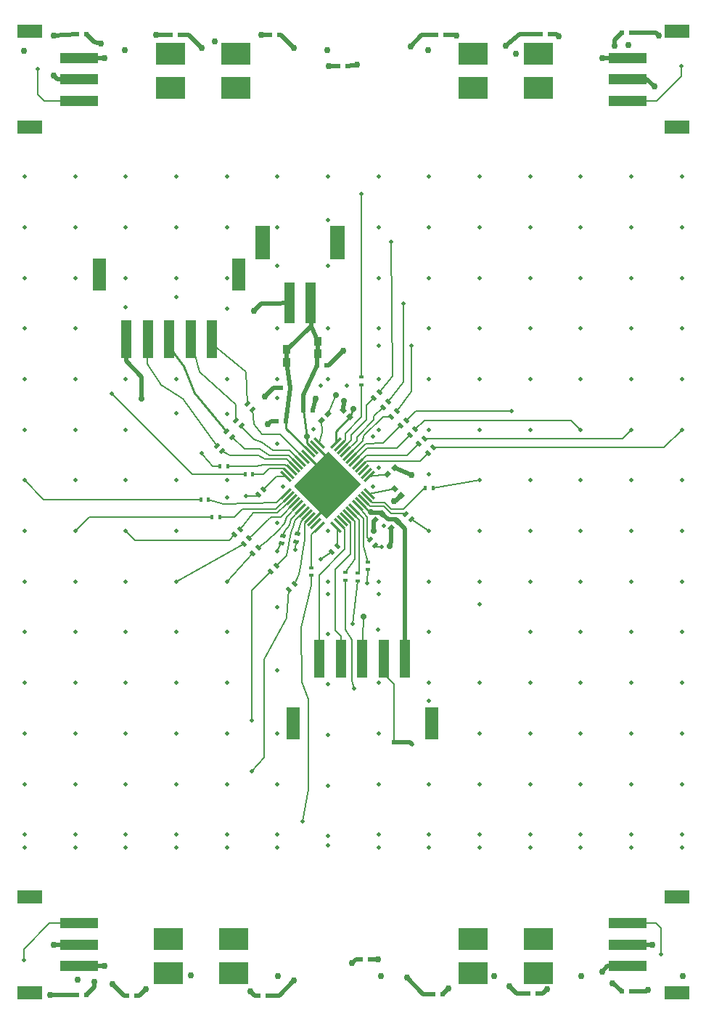
<source format=gtl>
G04 #@! TF.GenerationSoftware,KiCad,Pcbnew,(6.0.10)*
G04 #@! TF.CreationDate,2023-07-31T20:15:45+01:00*
G04 #@! TF.ProjectId,magnetonetouchpad,6d61676e-6574-46f6-9e65-746f75636870,rev?*
G04 #@! TF.SameCoordinates,Original*
G04 #@! TF.FileFunction,Copper,L1,Top*
G04 #@! TF.FilePolarity,Positive*
%FSLAX46Y46*%
G04 Gerber Fmt 4.6, Leading zero omitted, Abs format (unit mm)*
G04 Created by KiCad (PCBNEW (6.0.10)) date 2023-07-31 20:15:45*
%MOMM*%
%LPD*%
G01*
G04 APERTURE LIST*
G04 Aperture macros list*
%AMRotRect*
0 Rectangle, with rotation*
0 The origin of the aperture is its center*
0 $1 length*
0 $2 width*
0 $3 Rotation angle, in degrees counterclockwise*
0 Add horizontal line*
21,1,$1,$2,0,0,$3*%
G04 Aperture macros list end*
G04 #@! TA.AperFunction,SMDPad,CuDef*
%ADD10R,0.600000X0.500000*%
G04 #@! TD*
G04 #@! TA.AperFunction,SMDPad,CuDef*
%ADD11RotRect,0.600000X0.500000X45.000000*%
G04 #@! TD*
G04 #@! TA.AperFunction,SMDPad,CuDef*
%ADD12RotRect,0.400000X0.600000X225.000000*%
G04 #@! TD*
G04 #@! TA.AperFunction,SMDPad,CuDef*
%ADD13R,0.970000X1.000000*%
G04 #@! TD*
G04 #@! TA.AperFunction,SMDPad,CuDef*
%ADD14RotRect,0.400000X0.600000X315.000000*%
G04 #@! TD*
G04 #@! TA.AperFunction,SMDPad,CuDef*
%ADD15R,4.500000X1.200000*%
G04 #@! TD*
G04 #@! TA.AperFunction,SMDPad,CuDef*
%ADD16R,3.000000X1.600000*%
G04 #@! TD*
G04 #@! TA.AperFunction,SMDPad,CuDef*
%ADD17RotRect,0.400000X0.600000X135.000000*%
G04 #@! TD*
G04 #@! TA.AperFunction,SMDPad,CuDef*
%ADD18R,1.300000X4.800000*%
G04 #@! TD*
G04 #@! TA.AperFunction,SMDPad,CuDef*
%ADD19R,1.800000X3.900000*%
G04 #@! TD*
G04 #@! TA.AperFunction,SMDPad,CuDef*
%ADD20RotRect,0.600000X0.500000X315.000000*%
G04 #@! TD*
G04 #@! TA.AperFunction,SMDPad,CuDef*
%ADD21RotRect,0.600000X0.500000X225.000000*%
G04 #@! TD*
G04 #@! TA.AperFunction,SMDPad,CuDef*
%ADD22RotRect,0.400000X0.600000X45.000000*%
G04 #@! TD*
G04 #@! TA.AperFunction,SMDPad,CuDef*
%ADD23R,0.600000X0.400000*%
G04 #@! TD*
G04 #@! TA.AperFunction,SMDPad,CuDef*
%ADD24RotRect,0.400000X0.600000X77.500000*%
G04 #@! TD*
G04 #@! TA.AperFunction,SMDPad,CuDef*
%ADD25R,0.400000X0.600000*%
G04 #@! TD*
G04 #@! TA.AperFunction,SMDPad,CuDef*
%ADD26R,3.500000X2.500000*%
G04 #@! TD*
G04 #@! TA.AperFunction,SMDPad,CuDef*
%ADD27RotRect,1.560000X0.280000X45.000000*%
G04 #@! TD*
G04 #@! TA.AperFunction,SMDPad,CuDef*
%ADD28RotRect,0.280000X1.560000X45.000000*%
G04 #@! TD*
G04 #@! TA.AperFunction,SMDPad,CuDef*
%ADD29RotRect,0.600000X0.500000X135.000000*%
G04 #@! TD*
G04 #@! TA.AperFunction,SMDPad,CuDef*
%ADD30R,1.200000X4.500000*%
G04 #@! TD*
G04 #@! TA.AperFunction,SMDPad,CuDef*
%ADD31R,1.600000X3.700000*%
G04 #@! TD*
G04 #@! TA.AperFunction,SMDPad,CuDef*
%ADD32RotRect,0.400000X0.600000X78.750000*%
G04 #@! TD*
G04 #@! TA.AperFunction,ViaPad*
%ADD33C,0.750000*%
G04 #@! TD*
G04 #@! TA.AperFunction,ViaPad*
%ADD34C,0.736600*%
G04 #@! TD*
G04 #@! TA.AperFunction,ViaPad*
%ADD35C,0.500000*%
G04 #@! TD*
G04 #@! TA.AperFunction,Conductor*
%ADD36C,0.500000*%
G04 #@! TD*
G04 #@! TA.AperFunction,Conductor*
%ADD37C,0.250000*%
G04 #@! TD*
G04 #@! TA.AperFunction,Conductor*
%ADD38C,0.300000*%
G04 #@! TD*
G04 #@! TA.AperFunction,Conductor*
%ADD39C,0.200000*%
G04 #@! TD*
G04 #@! TA.AperFunction,Conductor*
%ADD40C,0.127000*%
G04 #@! TD*
G04 APERTURE END LIST*
D10*
X169812875Y-153829375D03*
X168712875Y-153829375D03*
D11*
X139898777Y-98853203D03*
X140676595Y-98075385D03*
D12*
X143495880Y-87221643D03*
X142859484Y-87858039D03*
D13*
X133187488Y-77978374D03*
X133187488Y-79448374D03*
D14*
X121434149Y-90191492D03*
X122070545Y-90827888D03*
D15*
X169344360Y-49954308D03*
X169344360Y-47454308D03*
X169344360Y-44954308D03*
D16*
X175094360Y-41854308D03*
X175094360Y-53054308D03*
D10*
X136684113Y-45914624D03*
X135584113Y-45914624D03*
X147782985Y-154142124D03*
X146682985Y-154142124D03*
X126282985Y-154282124D03*
X127382985Y-154282124D03*
D17*
X144109009Y-98782492D03*
X143472613Y-98146096D03*
D15*
X169337860Y-150859308D03*
X169337860Y-148359308D03*
X169337860Y-145859308D03*
D16*
X175087860Y-142759308D03*
X175087860Y-153959308D03*
D12*
X144556541Y-88282304D03*
X143920145Y-88918700D03*
D11*
X141363966Y-93508284D03*
X142141784Y-92730466D03*
D12*
X146677861Y-90403624D03*
X146041465Y-91040020D03*
D18*
X132367488Y-73528374D03*
X129867488Y-73528374D03*
D19*
X126767488Y-66528374D03*
X135467488Y-66528374D03*
D10*
X138215363Y-150030249D03*
X139315363Y-150030249D03*
X148110985Y-42289124D03*
X147010985Y-42289124D03*
X158832985Y-154022124D03*
X157732985Y-154022124D03*
D20*
X142143966Y-95220466D03*
X142921784Y-95998284D03*
D10*
X134217488Y-80783374D03*
X133117488Y-80783374D03*
D21*
X142540504Y-98977101D03*
X141762686Y-99754919D03*
D10*
X160302985Y-42212124D03*
X159202985Y-42212124D03*
X116052485Y-42289124D03*
X117152485Y-42289124D03*
D22*
X134829677Y-102569375D03*
X135466073Y-101932979D03*
D23*
X132437488Y-105293374D03*
X132437488Y-104393374D03*
D24*
X130660090Y-101352707D03*
X130854886Y-100474041D03*
D25*
X124718936Y-93486169D03*
X125618936Y-93486169D03*
D12*
X140370468Y-83983094D03*
X139734072Y-84619490D03*
D22*
X125614918Y-102698443D03*
X126251314Y-102062047D03*
D26*
X151301699Y-147694124D03*
X151301699Y-151694124D03*
X158971699Y-151694124D03*
X158971699Y-147694124D03*
D10*
X129517488Y-87293374D03*
X128417488Y-87293374D03*
X105097875Y-42227124D03*
X106197875Y-42227124D03*
X169822875Y-41999375D03*
X168722875Y-41999375D03*
X105097875Y-154194375D03*
X106197875Y-154194375D03*
X129957488Y-83403374D03*
X128857488Y-83403374D03*
D25*
X121768936Y-92564294D03*
X122668936Y-92564294D03*
D15*
X105343360Y-44954308D03*
X105343360Y-47454308D03*
X105343360Y-49954308D03*
D16*
X99593360Y-53054308D03*
X99593360Y-41854308D03*
D27*
X129447436Y-95772332D03*
X129800989Y-96125885D03*
X130154543Y-96479438D03*
X130508096Y-96832992D03*
X130861650Y-97186545D03*
X131215203Y-97540099D03*
X131568756Y-97893652D03*
X131922310Y-98247205D03*
X132275863Y-98600759D03*
X132629417Y-98954312D03*
X132982970Y-99307866D03*
X133336523Y-99661419D03*
D28*
X135358849Y-99661419D03*
X135712402Y-99307866D03*
X136065955Y-98954312D03*
X136419509Y-98600759D03*
X136773062Y-98247205D03*
X137126616Y-97893652D03*
X137480169Y-97540099D03*
X137833722Y-97186545D03*
X138187276Y-96832992D03*
X138540829Y-96479438D03*
X138894383Y-96125885D03*
X139247936Y-95772332D03*
D27*
X139247936Y-93750006D03*
X138894383Y-93396453D03*
X138540829Y-93042900D03*
X138187276Y-92689346D03*
X137833722Y-92335793D03*
X137480169Y-91982239D03*
X137126616Y-91628686D03*
X136773062Y-91275133D03*
X136419509Y-90921579D03*
X136065955Y-90568026D03*
X135712402Y-90214472D03*
X135358849Y-89860919D03*
D28*
X133336523Y-89860919D03*
X132982970Y-90214472D03*
X132629417Y-90568026D03*
X132275863Y-90921579D03*
X131922310Y-91275133D03*
X131568756Y-91628686D03*
X131215203Y-91982239D03*
X130861650Y-92335793D03*
X130508096Y-92689346D03*
X130154543Y-93042900D03*
X129800989Y-93396453D03*
X129447436Y-93750006D03*
D23*
X137890811Y-105920544D03*
X137890811Y-105020544D03*
D22*
X123493597Y-100577123D03*
X124129993Y-99940727D03*
D25*
X119556436Y-96436169D03*
X120456436Y-96436169D03*
X146637686Y-95145544D03*
X145737686Y-95145544D03*
D17*
X139912759Y-101783044D03*
X139276363Y-101146648D03*
D22*
X124554258Y-101637783D03*
X125190654Y-101001387D03*
D26*
X115998646Y-44474124D03*
X115998646Y-48474124D03*
X123668646Y-48474124D03*
X123668646Y-44474124D03*
D29*
X136968936Y-86848669D03*
X136191118Y-86070851D03*
D14*
X123681092Y-87226978D03*
X124317488Y-87863374D03*
D26*
X115732271Y-147679308D03*
X115732271Y-151679308D03*
X123402271Y-151679308D03*
X123402271Y-147679308D03*
D10*
X127579985Y-42289124D03*
X128679985Y-42289124D03*
D13*
X129597488Y-78968374D03*
X129597488Y-80438374D03*
D30*
X120854988Y-77760874D03*
X118354988Y-77760874D03*
X115854988Y-77760874D03*
X113354988Y-77760874D03*
X110854988Y-77760874D03*
D31*
X107754988Y-70260874D03*
X123954988Y-70260874D03*
D22*
X129857558Y-106941084D03*
X130493954Y-106304688D03*
X127736238Y-104819763D03*
X128372634Y-104183367D03*
D23*
X138272686Y-82191169D03*
X138272686Y-83091169D03*
D26*
X151301699Y-44474124D03*
X151301699Y-48474124D03*
X158971699Y-48474124D03*
X158971699Y-44474124D03*
D23*
X139064561Y-104626794D03*
X139064561Y-103726794D03*
D22*
X126244677Y-95907573D03*
X126881073Y-95271177D03*
D30*
X133387488Y-115023374D03*
X135887488Y-115023374D03*
X138387488Y-115023374D03*
X140887488Y-115023374D03*
X143387488Y-115023374D03*
D31*
X146487488Y-122523374D03*
X130287488Y-122523374D03*
D10*
X131527488Y-86093374D03*
X132627488Y-86093374D03*
D12*
X145617201Y-89342964D03*
X144980805Y-89979360D03*
D10*
X112072985Y-154272124D03*
X110972985Y-154272124D03*
D14*
X124969290Y-85325176D03*
X125605686Y-85961572D03*
D12*
X141431129Y-85043755D03*
X140794733Y-85680151D03*
D23*
X136415811Y-105873374D03*
X136415811Y-104973374D03*
D11*
X133623966Y-87278284D03*
X134401784Y-86500466D03*
D12*
X142435220Y-86160983D03*
X141798824Y-86797379D03*
D25*
X120847061Y-98464294D03*
X121747061Y-98464294D03*
D14*
X122579662Y-88536862D03*
X123216058Y-89173258D03*
D10*
X142062875Y-124789375D03*
X143162875Y-124789375D03*
D32*
X128946770Y-101588147D03*
X129122352Y-100705441D03*
D15*
X105336860Y-145859308D03*
X105336860Y-148359308D03*
X105336860Y-150859308D03*
D16*
X99586860Y-153959308D03*
X99586860Y-142759308D03*
D33*
X127037488Y-84433374D03*
X132817488Y-96135874D03*
X142131436Y-96620544D03*
X127367488Y-87703374D03*
D34*
X139722686Y-100141169D03*
X136282875Y-84969375D03*
D35*
X144182875Y-124974169D03*
D33*
X144159561Y-93554624D03*
D34*
X135362875Y-84269375D03*
X141612686Y-101881169D03*
D33*
X136187488Y-79093374D03*
X132967488Y-84673374D03*
D34*
X112667488Y-84713374D03*
D33*
X125743992Y-74480492D03*
D34*
X139369486Y-97937302D03*
X131947619Y-89124361D03*
X138505984Y-110127870D03*
X137372686Y-85921169D03*
D35*
X98987686Y-88323669D03*
X98987686Y-123723669D03*
X98987686Y-111923669D03*
X98987686Y-135523669D03*
X98987686Y-117823669D03*
X98987686Y-100123669D03*
X98987686Y-64723669D03*
X98987686Y-106023669D03*
X98987686Y-136998669D03*
X98987686Y-70623669D03*
X98987686Y-76523669D03*
X98987686Y-58823669D03*
X98987686Y-129623669D03*
X98987686Y-82423669D03*
X98987686Y-94223669D03*
X138259561Y-60851794D03*
X141762686Y-66383044D03*
X143237686Y-73573669D03*
X144159561Y-78551794D03*
X133554988Y-83161169D03*
X136600186Y-83161169D03*
X109128311Y-84083044D03*
X119637686Y-91089294D03*
X132718491Y-88234991D03*
X139607686Y-89091169D03*
X139675186Y-94961169D03*
X129135186Y-94961169D03*
X124822875Y-96067419D03*
X130607488Y-102313374D03*
X138934561Y-106206794D03*
X137297488Y-110953374D03*
X137426863Y-118445249D03*
X125537686Y-122248669D03*
X125531312Y-128117198D03*
X131417488Y-134013374D03*
X104887686Y-100123669D03*
X104887686Y-88323669D03*
X104887686Y-58823669D03*
X104887686Y-136998669D03*
X104887686Y-64723669D03*
X104887686Y-129623669D03*
X104887686Y-70623669D03*
X104887686Y-76473572D03*
X104887686Y-135523669D03*
X104887686Y-111923669D03*
X104887686Y-117823669D03*
X104887686Y-106023669D03*
X104887686Y-123723669D03*
X104887686Y-82423669D03*
X104887686Y-94223669D03*
X110787686Y-64723669D03*
X110787686Y-111923669D03*
X110787686Y-74010874D03*
X110787686Y-82423669D03*
X110787686Y-136998669D03*
X110787686Y-58823669D03*
X110787686Y-70623669D03*
X110787686Y-94223669D03*
X110787686Y-117823669D03*
X110787686Y-129623669D03*
X110787686Y-100123669D03*
X110787686Y-106023669D03*
X110787686Y-88323669D03*
X110787686Y-123723669D03*
X110787686Y-135523669D03*
X116687686Y-100123669D03*
X116687686Y-123723669D03*
X116687686Y-106023669D03*
X116687686Y-117823669D03*
X116687686Y-135523669D03*
X116687686Y-64723669D03*
X116687686Y-129623669D03*
X116687686Y-111923669D03*
X116687686Y-72848374D03*
X116687686Y-94223669D03*
X116687686Y-70623669D03*
X116687686Y-58823669D03*
X116687686Y-86376169D03*
X116687686Y-82423669D03*
X116687686Y-136998669D03*
X122587686Y-111923669D03*
X122587686Y-58823669D03*
X122587686Y-94223669D03*
X122587686Y-117823669D03*
X122587686Y-86479919D03*
X122587686Y-129623669D03*
X122587686Y-64723669D03*
X122587686Y-123723669D03*
X122587686Y-74243572D03*
X122587686Y-106023669D03*
X122587686Y-96251794D03*
X122587686Y-70623669D03*
X122587686Y-82423669D03*
X122587686Y-136998669D03*
X122587686Y-135523669D03*
X128487686Y-129623669D03*
X128487686Y-116348669D03*
X128487686Y-58823669D03*
X128487686Y-89983044D03*
X128487686Y-108973669D03*
X128487686Y-84636169D03*
X128487686Y-69225625D03*
X128487686Y-99201794D03*
X128487686Y-102520544D03*
X128487686Y-82423669D03*
X128487686Y-76523669D03*
X128487686Y-136998669D03*
X128487686Y-123723669D03*
X128487686Y-64723669D03*
X128487686Y-135523669D03*
X133532875Y-103439375D03*
X134387686Y-112108044D03*
X134387686Y-69225625D03*
X134387686Y-76523669D03*
X134387686Y-129808044D03*
X134387686Y-100123669D03*
X134387686Y-123908044D03*
X134387686Y-136814294D03*
X134387686Y-107498669D03*
X134387686Y-58823669D03*
X134387686Y-135708044D03*
X134387686Y-106023669D03*
X134387686Y-82423669D03*
X134387686Y-63874564D03*
X134387686Y-118008044D03*
X140287686Y-78551794D03*
X140287686Y-129623669D03*
X140891436Y-99519919D03*
X140287686Y-117823669D03*
X140656436Y-101967419D03*
X140287686Y-92748669D03*
X140260186Y-111650069D03*
X140287686Y-106023669D03*
X140287686Y-76523669D03*
X140287686Y-64723669D03*
X140287686Y-136998669D03*
X140287686Y-135523669D03*
X140287686Y-82423669D03*
X140287686Y-58823669D03*
X140287686Y-123723669D03*
X140287686Y-107498669D03*
X140287686Y-70623669D03*
X140287686Y-88323669D03*
X146187686Y-93486169D03*
X146187686Y-82423669D03*
X146187686Y-58823669D03*
X146187686Y-88323669D03*
X146187686Y-70623669D03*
X146187686Y-117823669D03*
X146187686Y-76523669D03*
X146187686Y-100123669D03*
X146187686Y-106023669D03*
X146187686Y-136998669D03*
X146187686Y-135523669D03*
X146187686Y-64723669D03*
X146187686Y-129623669D03*
X146187686Y-119920249D03*
X146187686Y-111923669D03*
X152087686Y-94223669D03*
X152087686Y-123723669D03*
X152087686Y-82423669D03*
X152087686Y-64723669D03*
X152087686Y-136998669D03*
X152087686Y-106023669D03*
X152087686Y-100123669D03*
X152087686Y-135523669D03*
X152087686Y-58823669D03*
X152087686Y-117823669D03*
X152087686Y-108673374D03*
X152087686Y-76523669D03*
X152087686Y-70623669D03*
X152087686Y-88323669D03*
X152087686Y-129623669D03*
X157987686Y-123723669D03*
X157987686Y-76523669D03*
X157987686Y-82423669D03*
X157987686Y-64723669D03*
X157987686Y-117823669D03*
X157987686Y-70623669D03*
X155775186Y-86111169D03*
X157987686Y-111923669D03*
X157987686Y-100123669D03*
X157987686Y-106023669D03*
X157987686Y-88323669D03*
X157987686Y-129623669D03*
X157987686Y-135523669D03*
X157987686Y-58823669D03*
X157987686Y-94223669D03*
X157987686Y-136998669D03*
X163887686Y-135523669D03*
X163887686Y-106023669D03*
X163887686Y-117823669D03*
X163887686Y-123723669D03*
X163887686Y-76523669D03*
X163887686Y-136998669D03*
X163887686Y-58823669D03*
X163887686Y-100123669D03*
X163887686Y-82423669D03*
X163887686Y-129623669D03*
X163887686Y-88323669D03*
X163887686Y-94223669D03*
X163887686Y-64723669D03*
X163887686Y-70623669D03*
X163887686Y-111923669D03*
X169787686Y-123723669D03*
X169787686Y-82423669D03*
X169787686Y-100123669D03*
X169787686Y-117823669D03*
X169787686Y-135523669D03*
X169787686Y-64723669D03*
X169787686Y-111923669D03*
X169787686Y-136998669D03*
X169787686Y-129623669D03*
X169787686Y-106023669D03*
X169787686Y-76523669D03*
X169787686Y-94223669D03*
X169787686Y-58823669D03*
X169787686Y-88323669D03*
X169787686Y-70623669D03*
X175687686Y-129623669D03*
X175687686Y-82423669D03*
X175687686Y-123723669D03*
X175687686Y-58823669D03*
X175687686Y-117823669D03*
X175687686Y-64723669D03*
X175687686Y-135523669D03*
X175687686Y-136998669D03*
X175687686Y-70623669D03*
X175687686Y-111923669D03*
X175687686Y-106023669D03*
X175687686Y-76523669D03*
X175687686Y-88323669D03*
X175687686Y-100123669D03*
X175687686Y-94223669D03*
D33*
X175776863Y-151973374D03*
X107122875Y-152719375D03*
X140561238Y-151973374D03*
X118352985Y-151942124D03*
X153742985Y-151992124D03*
X105155318Y-152474432D03*
X130432985Y-152522124D03*
X108295613Y-150867124D03*
X140240363Y-150030249D03*
X163976863Y-151973374D03*
X128576863Y-151973374D03*
X167622875Y-152819375D03*
X166374738Y-151505249D03*
X109222985Y-152932124D03*
X143612985Y-152142124D03*
X155522985Y-153162124D03*
X101960375Y-154194375D03*
X148442985Y-153462124D03*
X113152985Y-153512124D03*
X172212860Y-148359308D03*
X171742875Y-153659375D03*
X102396613Y-148370874D03*
X125312985Y-153762124D03*
X159952985Y-153552124D03*
X137174738Y-150514624D03*
D35*
X98927488Y-150173374D03*
X173272875Y-149469375D03*
X175593488Y-45914624D03*
X100552863Y-46283374D03*
D33*
X134477863Y-45914624D03*
X119676485Y-43826124D03*
X144002985Y-43622124D03*
X146093488Y-44070874D03*
X98893488Y-44185376D03*
X121213485Y-43057624D03*
X169432875Y-43469375D03*
X166374738Y-44992749D03*
X130435485Y-43826124D03*
X156342985Y-44492124D03*
X155172985Y-43592124D03*
X167832875Y-43559375D03*
X108296613Y-44992749D03*
X110693488Y-44070874D03*
X134293488Y-44070874D03*
X107860375Y-43333374D03*
X172459113Y-48311499D03*
X161282985Y-42442124D03*
X173019858Y-42411499D03*
X126592985Y-42289124D03*
X149372985Y-42392124D03*
X102396613Y-42411499D03*
X102396613Y-47020874D03*
X114296985Y-42289124D03*
X137796613Y-45730249D03*
D36*
X142299524Y-96620544D02*
X142921784Y-95998284D01*
X128023283Y-83393374D02*
X128667488Y-83393374D01*
X134497488Y-80783374D02*
X136187488Y-79093374D01*
X141762686Y-101371169D02*
X141762686Y-99754919D01*
X142131436Y-96620544D02*
X142299524Y-96620544D01*
X128023738Y-73596102D02*
X129867488Y-73528374D01*
X134217488Y-80783374D02*
X134497488Y-80783374D01*
D37*
X134354415Y-91625493D02*
X132982970Y-90214473D01*
D36*
X112667488Y-82123374D02*
X110854988Y-80279624D01*
X139722686Y-100141169D02*
X139722686Y-99029294D01*
D38*
X133285087Y-92643556D02*
X131922310Y-91275133D01*
D36*
X139722686Y-99029294D02*
X139898777Y-98853203D01*
D39*
X140887488Y-116783988D02*
X140887488Y-115023374D01*
D36*
X125743992Y-74480492D02*
X126594760Y-73596102D01*
X144159561Y-93554624D02*
X142141784Y-92730466D01*
D39*
X142062875Y-117959375D02*
X140887488Y-116783988D01*
D36*
X132967488Y-84673374D02*
X132627488Y-86093374D01*
X127037488Y-84433374D02*
X128023283Y-83393374D01*
D39*
X142062875Y-124789375D02*
X142062875Y-117959375D01*
D36*
X112667488Y-84713374D02*
X112667488Y-82123374D01*
X141612686Y-101881169D02*
X141762686Y-101371169D01*
X110854988Y-80279624D02*
X110854988Y-77760874D01*
X143162875Y-124789375D02*
X143998081Y-124789375D01*
X136282875Y-84969375D02*
X136191118Y-86070851D01*
X142062875Y-124789375D02*
X143162875Y-124789375D01*
X143998081Y-124789375D02*
X144182875Y-124974169D01*
X126594760Y-73596102D02*
X128023738Y-73596102D01*
D39*
X134401784Y-86500466D02*
X135362875Y-84269375D01*
D36*
X128417488Y-87293374D02*
X127777488Y-87293374D01*
D38*
X134020650Y-97531260D02*
X132629417Y-98954313D01*
D36*
X127777488Y-87293374D02*
X127367488Y-87703374D01*
D37*
X131527488Y-86093374D02*
X131947619Y-89124361D01*
X132275863Y-90921579D02*
X129517488Y-88163374D01*
D36*
X132417488Y-76213374D02*
X132417488Y-73578374D01*
X129957488Y-83403374D02*
X129517488Y-87293374D01*
D37*
X129517488Y-88163374D02*
X129517488Y-87293374D01*
D36*
X131537488Y-84283374D02*
X133117488Y-80783374D01*
X143387488Y-115023374D02*
X143387488Y-99824085D01*
X129662488Y-78968374D02*
X132417488Y-76213374D01*
X133187488Y-79448374D02*
X133187488Y-77978374D01*
X133187488Y-79448374D02*
X133117488Y-79518374D01*
D37*
X131912875Y-89819375D02*
X132629417Y-90568026D01*
X131947619Y-89124361D02*
X131912875Y-89819375D01*
D36*
X129597488Y-78968374D02*
X129662488Y-78968374D01*
X132417488Y-73578374D02*
X132367488Y-73528374D01*
X143387488Y-99824085D02*
X142540504Y-98977101D01*
D37*
X139345164Y-97962595D02*
X138187276Y-96832992D01*
D36*
X141401534Y-98800324D02*
X140860970Y-98259760D01*
X131527488Y-86093374D02*
X131537488Y-84283374D01*
X132417488Y-76213374D02*
X133187488Y-77978374D01*
X142540504Y-98977101D02*
X142363727Y-98800324D01*
X133117488Y-79518374D02*
X133117488Y-80783374D01*
X139345164Y-97961624D02*
X139369486Y-97937302D01*
X140563805Y-97962595D02*
X140860970Y-98259760D01*
X129597488Y-80438374D02*
X129957488Y-83403374D01*
X142363727Y-98800324D02*
X141401534Y-98800324D01*
X139345164Y-97962595D02*
X139345164Y-97961624D01*
X129597488Y-80438374D02*
X129597488Y-78968374D01*
X139345164Y-97962595D02*
X140563805Y-97962595D01*
D39*
X133336523Y-89860919D02*
X133722875Y-88609375D01*
X133722875Y-88609375D02*
X133623966Y-87278284D01*
D37*
X135358849Y-89860919D02*
X135358849Y-88556307D01*
D39*
X138505984Y-110127870D02*
X138387488Y-115143374D01*
D37*
X135358849Y-88556307D02*
X136968936Y-86848669D01*
X136968936Y-86848669D02*
X137372686Y-85921169D01*
D39*
X139247936Y-93750007D02*
X141363966Y-93508284D01*
X139247936Y-95772332D02*
X142143966Y-95220466D01*
X113273738Y-77842124D02*
X113273738Y-80648374D01*
X117422875Y-84669375D02*
X121434149Y-90191492D01*
X114937488Y-83100862D02*
X117422875Y-84669375D01*
D37*
X113273738Y-77842124D02*
X113354988Y-77760874D01*
D39*
X113273738Y-80648374D02*
X114937488Y-83100862D01*
D37*
X122579662Y-88536862D02*
X118792875Y-84069375D01*
X117502875Y-80879375D02*
X115599721Y-78241141D01*
X118792875Y-84069375D02*
X117502875Y-80879375D01*
D39*
X123681092Y-87226978D02*
X123647488Y-85363374D01*
X119442875Y-81549375D02*
X118354988Y-77760874D01*
X123647488Y-85363374D02*
X119442875Y-81549375D01*
X124969290Y-85325176D02*
X124857488Y-81553374D01*
X124857488Y-81553374D02*
X121017488Y-78435874D01*
X135887488Y-112373374D02*
X135887488Y-115143374D01*
X135217488Y-104643374D02*
X135217488Y-111703374D01*
X135217488Y-111703374D02*
X135887488Y-112373374D01*
X137016493Y-102844369D02*
X135217488Y-104643374D01*
X137016493Y-99197743D02*
X137016493Y-102844369D01*
X135709148Y-114351381D02*
X135709148Y-115534569D01*
X136419509Y-98600759D02*
X137016493Y-99197743D01*
X133392875Y-105279375D02*
X136372875Y-102269375D01*
X133387488Y-115143374D02*
X133392875Y-105279762D01*
X136322875Y-99939375D02*
X135712402Y-99307866D01*
X136372875Y-102269375D02*
X136322875Y-99939375D01*
D40*
X135358849Y-99661419D02*
X135466073Y-99768643D01*
X135466073Y-99768643D02*
X135466073Y-101932979D01*
X133336523Y-99661419D02*
X132437488Y-100560454D01*
X132437488Y-100560454D02*
X132437488Y-104393374D01*
X131244561Y-103879624D02*
X131342488Y-103142124D01*
X131711238Y-101113999D02*
X131711238Y-99270249D01*
X131342488Y-103142124D02*
X131711238Y-101113999D01*
X130973738Y-105170249D02*
X131244561Y-103879624D01*
X131711238Y-99270249D02*
X132275863Y-98600759D01*
X130493954Y-106304688D02*
X130973738Y-105170249D01*
X131257488Y-99003374D02*
X131922310Y-98247205D01*
X130854886Y-100474041D02*
X131257488Y-99003374D01*
X130414561Y-99454624D02*
X130037488Y-100293374D01*
X131568756Y-97893652D02*
X130534561Y-98916794D01*
X129527488Y-102962065D02*
X128372634Y-104183367D01*
X130534561Y-98916794D02*
X130414561Y-99454624D01*
X130037488Y-100293374D02*
X129527488Y-102962065D01*
X130054561Y-98766794D02*
X129924561Y-99446794D01*
X129924561Y-99446794D02*
X129294561Y-100176794D01*
X129294561Y-100176794D02*
X129122352Y-100705441D01*
X131215203Y-97540099D02*
X130054561Y-98766794D01*
X129314363Y-99270249D02*
X129593936Y-98464294D01*
X126251314Y-102062047D02*
X127252686Y-101271169D01*
X129593936Y-98464294D02*
X130861650Y-97186546D01*
X127252686Y-101271169D02*
X128534561Y-100136794D01*
X128534561Y-100136794D02*
X129314363Y-99270249D01*
X130508096Y-96832992D02*
X128856436Y-98464294D01*
X127381436Y-98833044D02*
X125685628Y-100506412D01*
X125685628Y-100506412D02*
X125190654Y-101001387D01*
X127750186Y-98464294D02*
X128856436Y-98464294D01*
X127381436Y-98833044D02*
X127750186Y-98464294D01*
X128474561Y-98016794D02*
X129467757Y-97076423D01*
X125704561Y-98026794D02*
X128474561Y-98016794D01*
X124129993Y-99940727D02*
X125704561Y-98026794D01*
X129467757Y-97076423D02*
X130154543Y-96479438D01*
X128303311Y-97542419D02*
X129800989Y-96125885D01*
X124431436Y-97542419D02*
X123509561Y-98464294D01*
X124431436Y-97542419D02*
X128303311Y-97542419D01*
X123509561Y-98464294D02*
X121747061Y-98464294D01*
X128395614Y-96824154D02*
X122218936Y-96989294D01*
X129447436Y-95772332D02*
X128395614Y-96824154D01*
X122218936Y-96989294D02*
X120456436Y-96436169D01*
X127682875Y-94459375D02*
X128392244Y-93750006D01*
X128392244Y-93750006D02*
X129447436Y-93750006D01*
X127682875Y-94459375D02*
X126881073Y-95271177D01*
X127515012Y-92799468D02*
X126828311Y-93486169D01*
X129800989Y-93396453D02*
X129204004Y-92799468D01*
X129204004Y-92799468D02*
X127515012Y-92799468D01*
X126828311Y-93486169D02*
X125618936Y-93486169D01*
X126828311Y-92379919D02*
X125997488Y-92573374D01*
X130154543Y-93042900D02*
X129409561Y-92379919D01*
X125997488Y-92573374D02*
X122668936Y-92564294D01*
X129409561Y-92379919D02*
X126828311Y-92379919D01*
X136415811Y-104973374D02*
X137522061Y-103442419D01*
X137522061Y-98996204D02*
X136773062Y-98247205D01*
X137522061Y-103442419D02*
X137522061Y-98996204D01*
X138034561Y-98801597D02*
X138075186Y-104364294D01*
X138075186Y-104836169D02*
X137890811Y-105020544D01*
X137126616Y-97893652D02*
X138034561Y-98801597D01*
X138075186Y-104364294D02*
X138075186Y-104836169D01*
X137480169Y-97540099D02*
X138547488Y-98683374D01*
X138547488Y-98683374D02*
X138577488Y-101853374D01*
X138577488Y-101853374D02*
X139064561Y-103726794D01*
D39*
X139264415Y-101146648D02*
X139282540Y-101146648D01*
D40*
X137833722Y-97186545D02*
X138994561Y-98546794D01*
X138994561Y-100876794D02*
X139264415Y-101146648D01*
X138994561Y-98546794D02*
X138994561Y-100876794D01*
X138540830Y-96479439D02*
X139320415Y-97259024D01*
X141762686Y-98095544D02*
X143606436Y-98095544D01*
X139320415Y-97259024D02*
X140886656Y-97259024D01*
X140886656Y-97259024D02*
X141762686Y-98095544D01*
X141762686Y-97542419D02*
X143237686Y-97542419D01*
X141030278Y-96810011D02*
X141762686Y-97542419D01*
X139578509Y-96810011D02*
X141030278Y-96810011D01*
X138894383Y-96125886D02*
X139578509Y-96810011D01*
X143237686Y-97542419D02*
X145634561Y-95145544D01*
X138187276Y-92689347D02*
X138908525Y-91968098D01*
X138908525Y-91968098D02*
X145113387Y-91968098D01*
X145113387Y-91968098D02*
X146041465Y-91040020D01*
X143651444Y-91308721D02*
X144980805Y-89979360D01*
X138860795Y-91308721D02*
X143651444Y-91308721D01*
X137833723Y-92335793D02*
X138860795Y-91308721D01*
X138995146Y-90467264D02*
X142428149Y-90467264D01*
X137480169Y-91982240D02*
X138995146Y-90467264D01*
X142428149Y-90467264D02*
X143920144Y-88918700D01*
X140840811Y-89911169D02*
X142859484Y-87858039D01*
X138812686Y-89983044D02*
X140840811Y-89911169D01*
X137126616Y-91628686D02*
X138812686Y-89983044D01*
X138537686Y-89031169D02*
X140857686Y-86801169D01*
X140857686Y-86801169D02*
X141798824Y-86797379D01*
X136773062Y-91275133D02*
X138447686Y-89600509D01*
X138447686Y-89600509D02*
X138537686Y-89031169D01*
X137743567Y-89597522D02*
X137743567Y-89176794D01*
X139764124Y-87156236D02*
X139764124Y-86707223D01*
X136419509Y-90921580D02*
X137743567Y-89597522D01*
X137743567Y-89176794D02*
X139764124Y-87156236D01*
X139767660Y-86707223D02*
X140794732Y-85680151D01*
X136065956Y-90568026D02*
X137070048Y-89563935D01*
X138866099Y-85487464D02*
X139734072Y-84619490D01*
X137070048Y-88952287D02*
X138866099Y-87156236D01*
X138866099Y-87156236D02*
X138866099Y-85487464D01*
X137070048Y-89563935D02*
X137070048Y-88952287D01*
X135712402Y-90214473D02*
X136396528Y-89530347D01*
X136396528Y-88727781D02*
X138192580Y-86931730D01*
X138192580Y-86931730D02*
X138272686Y-86851624D01*
X136396528Y-89530347D02*
X136396528Y-88727781D01*
X138272686Y-86851624D02*
X138272686Y-83091169D01*
D39*
X122956436Y-91273669D02*
X122070545Y-90827888D01*
X130508097Y-92689347D02*
X129565877Y-91747127D01*
X126275186Y-91273669D02*
X122956436Y-91273669D01*
X129565877Y-91747127D02*
X127024561Y-91716794D01*
X127024561Y-91716794D02*
X126275186Y-91273669D01*
X124683304Y-90580401D02*
X124623200Y-90580401D01*
X126459561Y-90559187D02*
X124704518Y-90559187D01*
X124704518Y-90559187D02*
X124683304Y-90580401D01*
X130861650Y-92335793D02*
X129804525Y-91278669D01*
X124623200Y-90580401D02*
X123216058Y-89173258D01*
X127565811Y-91273669D02*
X126459561Y-90559187D01*
X129804525Y-91278669D02*
X127565811Y-91273669D01*
X125767488Y-89443374D02*
X124317488Y-87993374D01*
X126707488Y-89763374D02*
X125767488Y-89443374D01*
X129947714Y-90714751D02*
X127934561Y-90720544D01*
X127934561Y-90720544D02*
X126707488Y-89763374D01*
X131215203Y-91982240D02*
X129947714Y-90714751D01*
X124317488Y-87993374D02*
X124317488Y-87863374D01*
X131568757Y-91628686D02*
X128816865Y-88876794D01*
X125767488Y-87663374D02*
X125747488Y-87643374D01*
X128816865Y-88876794D02*
X126667259Y-88876794D01*
X125747488Y-87643374D02*
X125605686Y-85961572D01*
X126667259Y-88876794D02*
X125767488Y-87663374D01*
D40*
X119556436Y-96436169D02*
X101200186Y-96436169D01*
X101200186Y-96436169D02*
X98987686Y-94223669D01*
X138272686Y-82191169D02*
X138272686Y-60864919D01*
D39*
X138272686Y-60864919D02*
X138259561Y-60851794D01*
D40*
X141947061Y-82054919D02*
X141762686Y-66383044D01*
X140370468Y-83983094D02*
X141947061Y-82054919D01*
X141431129Y-85043755D02*
X143237686Y-82792419D01*
X143237686Y-82792419D02*
X143237686Y-73573669D01*
X142435220Y-86160983D02*
X144159561Y-83898669D01*
X144159561Y-83898669D02*
X144159561Y-78551794D01*
X124718936Y-93486169D02*
X118531436Y-93486169D01*
X118531436Y-93486169D02*
X109128311Y-84083044D01*
X120928311Y-92564294D02*
X119822061Y-91273669D01*
X119822061Y-91273669D02*
X119637686Y-91089294D01*
X121768936Y-92564294D02*
X120928311Y-92564294D01*
D39*
X124842721Y-96047573D02*
X124822875Y-96067419D01*
D40*
X126364677Y-96047573D02*
X124842721Y-96047573D01*
X130654561Y-101326794D02*
X130607488Y-102313374D01*
X138934561Y-106206794D02*
X139064561Y-104626794D01*
X137297488Y-110953374D02*
X137890811Y-105920544D01*
X137153311Y-117523374D02*
X137153311Y-112845544D01*
X136415811Y-111623374D02*
X136415811Y-105873374D01*
X137153311Y-112845544D02*
X136415811Y-111623374D01*
X137153311Y-117523374D02*
X137426863Y-118445249D01*
X125537686Y-107018315D02*
X125537686Y-122248669D01*
X127736238Y-104819763D02*
X125537686Y-107018315D01*
X125531312Y-128117198D02*
X126917488Y-126557749D01*
X129527488Y-110273374D02*
X129857558Y-106941084D01*
X126917488Y-126557749D02*
X126957488Y-115083374D01*
X126957488Y-115083374D02*
X129527488Y-110273374D01*
X131297488Y-111393374D02*
X132437488Y-106472124D01*
X132079988Y-130245249D02*
X132079988Y-119735874D01*
X132079988Y-119735874D02*
X131342488Y-117707749D01*
X131342488Y-117707749D02*
X131297488Y-111393374D01*
X132437488Y-106472124D02*
X132437488Y-105293374D01*
X131417488Y-134013374D02*
X132079988Y-130245249D01*
X106547061Y-98464294D02*
X104887686Y-100123669D01*
X120847061Y-98464294D02*
X106547061Y-98464294D01*
X111893936Y-101229919D02*
X110787686Y-100123669D01*
X122840801Y-101229919D02*
X111893936Y-101229919D01*
X123493597Y-100577123D02*
X122840801Y-101229919D01*
D39*
X124554258Y-101637783D02*
X116687686Y-106023669D01*
D40*
X125614918Y-102698443D02*
X122587686Y-106023669D01*
X128876770Y-101518147D02*
X128487686Y-102520544D01*
X133532875Y-103439375D02*
X134829677Y-102569375D01*
X140103311Y-101967419D02*
X140656436Y-101967419D01*
X139918936Y-101783044D02*
X140103311Y-101967419D01*
X144109009Y-98782492D02*
X146187686Y-100123669D01*
X146637686Y-95145544D02*
X152087686Y-94223669D01*
X143495880Y-87221643D02*
X144606354Y-86111169D01*
X144606354Y-86111169D02*
X155775186Y-86111169D01*
X145634561Y-87217419D02*
X162781436Y-87217419D01*
X144556541Y-88282304D02*
X145634561Y-87217419D01*
X162781436Y-87217419D02*
X163887686Y-88323669D01*
X145617201Y-89342964D02*
X168768391Y-89342964D01*
X168768391Y-89342964D02*
X169787686Y-88323669D01*
X173607731Y-90403624D02*
X175687686Y-88323669D01*
X146677861Y-90403624D02*
X173607731Y-90403624D01*
D36*
X156382985Y-154022124D02*
X155522985Y-153162124D01*
X108287797Y-150859308D02*
X108295613Y-150867124D01*
X168712875Y-153829375D02*
X167702875Y-152819375D01*
X107122875Y-153269375D02*
X107122875Y-152719375D01*
X139315363Y-150030249D02*
X140240363Y-150030249D01*
X145512985Y-154142124D02*
X146682985Y-154142124D01*
X157732985Y-154022124D02*
X156382985Y-154022124D01*
X130432985Y-152522124D02*
X128722985Y-154282124D01*
X169337860Y-150859308D02*
X167020679Y-150859308D01*
X128722985Y-154282124D02*
X127382985Y-154282124D01*
X106197875Y-154194375D02*
X107122875Y-153269375D01*
X167702875Y-152819375D02*
X167622875Y-152819375D01*
X110972985Y-154272124D02*
X110562985Y-154272124D01*
X143612985Y-152142124D02*
X145512985Y-154142124D01*
X110562985Y-154272124D02*
X109222985Y-152932124D01*
X167020679Y-150859308D02*
X166374738Y-151505249D01*
X105336860Y-150859308D02*
X108287797Y-150859308D01*
X137659113Y-150030249D02*
X138215363Y-150030249D01*
X112392985Y-154272124D02*
X112072985Y-154272124D01*
X125832985Y-154282124D02*
X126282985Y-154282124D01*
X171572875Y-153829375D02*
X169812875Y-153829375D01*
X125312985Y-153762124D02*
X125832985Y-154282124D01*
X101960375Y-154194375D02*
X105097875Y-154194375D01*
X148442985Y-153482124D02*
X147782985Y-154142124D01*
X107269987Y-148370874D02*
X102396613Y-148370874D01*
X137174738Y-150514624D02*
X137659113Y-150030249D01*
X113152985Y-153512124D02*
X112392985Y-154272124D01*
X159952985Y-153552124D02*
X159482985Y-154022124D01*
X171742875Y-153659375D02*
X171572875Y-153829375D01*
X172212860Y-148359308D02*
X169434113Y-148370874D01*
X148442985Y-153462124D02*
X148442985Y-153482124D01*
X159482985Y-154022124D02*
X158832985Y-154022124D01*
D39*
X105336860Y-145859308D02*
X101922942Y-145859308D01*
X98927488Y-148854762D02*
X98927488Y-150173374D01*
X101922942Y-145859308D02*
X98927488Y-148854762D01*
X173272875Y-146449375D02*
X173272875Y-149469375D01*
X169337860Y-145859308D02*
X172682808Y-145859308D01*
X172682808Y-145859308D02*
X173272875Y-146449375D01*
X169344360Y-49954308D02*
X172787942Y-49954308D01*
X175593488Y-47148762D02*
X175593488Y-45914624D01*
X172787942Y-49954308D02*
X175593488Y-47148762D01*
X105343360Y-49954308D02*
X101282808Y-49954308D01*
X100552863Y-49224363D02*
X100552863Y-46283374D01*
X101282808Y-49954308D02*
X100552863Y-49224363D01*
D36*
X168722875Y-41999375D02*
X167832875Y-42889375D01*
X118139485Y-42289124D02*
X119676485Y-43826124D01*
X107860375Y-43333374D02*
X107122875Y-43152124D01*
X108258172Y-44954308D02*
X108296613Y-44992749D01*
X167832875Y-42889375D02*
X167832875Y-43559375D01*
X147010985Y-42289124D02*
X145335985Y-42289124D01*
X166413179Y-44954308D02*
X166374738Y-44992749D01*
X169344360Y-44954308D02*
X166413179Y-44954308D01*
X135584113Y-45914624D02*
X134477863Y-45914624D01*
X155172985Y-43592124D02*
X156772985Y-42212124D01*
X105343360Y-44954308D02*
X108258172Y-44954308D01*
X128898485Y-42289124D02*
X130435485Y-43826124D01*
X156772985Y-42212124D02*
X159202985Y-42212124D01*
X117152485Y-42289124D02*
X118139485Y-42289124D01*
X128679985Y-42289124D02*
X128898485Y-42289124D01*
X145335985Y-42289124D02*
X144002985Y-43622124D01*
X107122875Y-43152124D02*
X106197875Y-42227124D01*
X102396613Y-42411499D02*
X105097875Y-42227124D01*
X161052985Y-42212124D02*
X160302985Y-42212124D01*
X136684113Y-45914624D02*
X137796613Y-45730249D01*
X114296985Y-42289124D02*
X116052485Y-42289124D01*
X102830047Y-47454308D02*
X102396613Y-47020874D01*
X161282985Y-42442124D02*
X161052985Y-42212124D01*
X173019858Y-42411499D02*
X172651108Y-42042749D01*
X169344360Y-47454308D02*
X171601922Y-47454308D01*
X105343360Y-47454308D02*
X102830047Y-47454308D01*
X171601922Y-47454308D02*
X172459113Y-48311499D01*
X126592985Y-42289124D02*
X127579985Y-42289124D01*
X172651108Y-42042749D02*
X169822875Y-41999375D01*
X149269985Y-42289124D02*
X148110985Y-42289124D01*
X149372985Y-42392124D02*
X149269985Y-42289124D01*
G04 #@! TA.AperFunction,Conductor*
G36*
X134499552Y-90919842D02*
G01*
X134544615Y-90948803D01*
X138181266Y-94585454D01*
X138215292Y-94647766D01*
X138210227Y-94718581D01*
X138181266Y-94763644D01*
X134328948Y-98615963D01*
X134266636Y-98649989D01*
X134195821Y-98644924D01*
X134150758Y-98615963D01*
X133671069Y-98136274D01*
X130514107Y-94979311D01*
X130480081Y-94916999D01*
X130485146Y-94846183D01*
X130514107Y-94801121D01*
X134366425Y-90948803D01*
X134428737Y-90914777D01*
X134499552Y-90919842D01*
G37*
G04 #@! TD.AperFunction*
M02*

</source>
